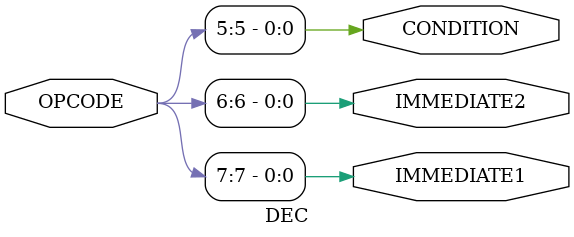
<source format=v>
module DEC (
    input wire [7:0] OPCODE, // 机器码
    output wire IMMEDIATE1,   // Immediate1
    output wire IMMEDIATE2,   // Immediate2
    output wire CONDITION     // Condition
);

assign IMMEDIATE1 = OPCODE[7];
assign IMMEDIATE2 = OPCODE[6];
assign CONDITION  = OPCODE[5];
endmodule

</source>
